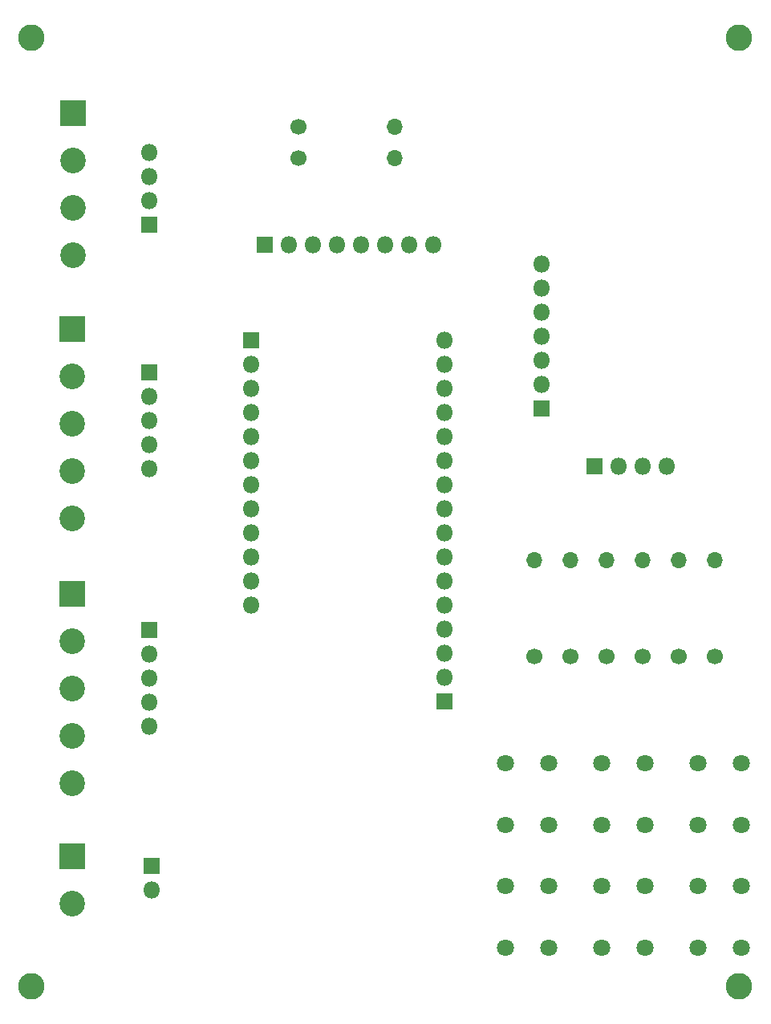
<source format=gbr>
%TF.GenerationSoftware,KiCad,Pcbnew,5.1.6-c6e7f7d~87~ubuntu18.04.1*%
%TF.CreationDate,2020-11-17T20:25:25-05:00*%
%TF.ProjectId,remote,72656d6f-7465-42e6-9b69-6361645f7063,rev?*%
%TF.SameCoordinates,Original*%
%TF.FileFunction,Soldermask,Top*%
%TF.FilePolarity,Negative*%
%FSLAX46Y46*%
G04 Gerber Fmt 4.6, Leading zero omitted, Abs format (unit mm)*
G04 Created by KiCad (PCBNEW 5.1.6-c6e7f7d~87~ubuntu18.04.1) date 2020-11-17 20:25:25*
%MOMM*%
%LPD*%
G01*
G04 APERTURE LIST*
%ADD10O,1.700000X1.700000*%
%ADD11C,1.700000*%
%ADD12O,1.800000X1.800000*%
%ADD13R,1.800000X1.800000*%
%ADD14C,1.800000*%
%ADD15C,2.700000*%
%ADD16R,2.700000X2.700000*%
%ADD17C,2.800000*%
G04 APERTURE END LIST*
D10*
%TO.C,RS3*%
X138684000Y-118364000D03*
D11*
X138684000Y-128524000D03*
%TD*%
D12*
%TO.C,J5*%
X90678000Y-153162000D03*
D13*
X90678000Y-150622000D03*
%TD*%
D14*
%TO.C,SW0*%
X128016000Y-146304000D03*
X128016000Y-139804000D03*
X132516000Y-146304000D03*
X132516000Y-139804000D03*
%TD*%
%TO.C,SW1*%
X138176000Y-146304000D03*
X138176000Y-139804000D03*
X142676000Y-146304000D03*
X142676000Y-139804000D03*
%TD*%
%TO.C,SW3*%
X128016000Y-159258000D03*
X128016000Y-152758000D03*
X132516000Y-159258000D03*
X132516000Y-152758000D03*
%TD*%
%TO.C,SW2*%
X148336000Y-146304000D03*
X148336000Y-139804000D03*
X152836000Y-146304000D03*
X152836000Y-139804000D03*
%TD*%
%TO.C,SW5*%
X148336000Y-159258000D03*
X148336000Y-152758000D03*
X152836000Y-159258000D03*
X152836000Y-152758000D03*
%TD*%
%TO.C,SW4*%
X138176000Y-159258000D03*
X138176000Y-152758000D03*
X142676000Y-159258000D03*
X142676000Y-152758000D03*
%TD*%
D10*
%TO.C,RS0*%
X150114000Y-118364000D03*
D11*
X150114000Y-128524000D03*
%TD*%
D10*
%TO.C,RS1*%
X146304000Y-118364000D03*
D11*
X146304000Y-128524000D03*
%TD*%
D10*
%TO.C,RS2*%
X142494000Y-118364000D03*
D11*
X142494000Y-128524000D03*
%TD*%
D10*
%TO.C,RS5*%
X131064000Y-118364000D03*
D11*
X131064000Y-128524000D03*
%TD*%
D10*
%TO.C,RS4*%
X134874000Y-118364000D03*
D11*
X134874000Y-128524000D03*
%TD*%
D15*
%TO.C,J3*%
X82296000Y-141920000D03*
X82296000Y-136920000D03*
X82296000Y-131920000D03*
X82296000Y-126920000D03*
D16*
X82296000Y-121920000D03*
%TD*%
D15*
%TO.C,J4*%
X82321000Y-86209000D03*
X82321000Y-81209000D03*
X82321000Y-76209000D03*
D16*
X82321000Y-71209000D03*
%TD*%
D15*
%TO.C,J1*%
X82296000Y-113980000D03*
X82296000Y-108980000D03*
X82296000Y-103980000D03*
X82296000Y-98980000D03*
D16*
X82296000Y-93980000D03*
%TD*%
D12*
%TO.C,J12*%
X90424000Y-135890000D03*
X90424000Y-133350000D03*
X90424000Y-130810000D03*
X90424000Y-128270000D03*
D13*
X90424000Y-125730000D03*
%TD*%
D12*
%TO.C,J11*%
X120396000Y-85090000D03*
X117856000Y-85090000D03*
X115316000Y-85090000D03*
X112776000Y-85090000D03*
X110236000Y-85090000D03*
X107696000Y-85090000D03*
X105156000Y-85090000D03*
D13*
X102616000Y-85090000D03*
%TD*%
D12*
%TO.C,J9*%
X131826000Y-87122000D03*
X131826000Y-89662000D03*
X131826000Y-92202000D03*
X131826000Y-94742000D03*
X131826000Y-97282000D03*
X131826000Y-99822000D03*
D13*
X131826000Y-102362000D03*
%TD*%
D12*
%TO.C,J2*%
X90424000Y-108712000D03*
X90424000Y-106172000D03*
X90424000Y-103632000D03*
X90424000Y-101092000D03*
D13*
X90424000Y-98552000D03*
%TD*%
D17*
%TO.C,H4*%
X152654000Y-163322000D03*
%TD*%
%TO.C,H3*%
X77978000Y-163322000D03*
%TD*%
%TO.C,H2*%
X152654000Y-63246000D03*
%TD*%
%TO.C,H1*%
X77978000Y-63246000D03*
%TD*%
D12*
%TO.C,J10*%
X90350000Y-75347000D03*
X90350000Y-77887000D03*
X90350000Y-80427000D03*
D13*
X90350000Y-82967000D03*
%TD*%
D11*
%TO.C,R3*%
X106172000Y-72644000D03*
D10*
X116332000Y-72644000D03*
%TD*%
D11*
%TO.C,R2*%
X106172000Y-75946000D03*
D10*
X116332000Y-75946000D03*
%TD*%
D15*
%TO.C,J8*%
X82296000Y-154606000D03*
D16*
X82296000Y-149606000D03*
%TD*%
D13*
%TO.C,J7*%
X121506000Y-133290000D03*
D12*
X121506000Y-130750000D03*
X121506000Y-128210000D03*
X121506000Y-125670000D03*
X121506000Y-123130000D03*
X121506000Y-120590000D03*
X121506000Y-118050000D03*
X121506000Y-115510000D03*
X121506000Y-112970000D03*
X121506000Y-110430000D03*
X121506000Y-107890000D03*
X121506000Y-105350000D03*
X121506000Y-102810000D03*
X121506000Y-100270000D03*
X121506000Y-97730000D03*
X121506000Y-95190000D03*
%TD*%
%TO.C,J6*%
X101106000Y-123130000D03*
X101106000Y-120590000D03*
X101106000Y-118050000D03*
X101106000Y-115510000D03*
X101106000Y-112970000D03*
X101106000Y-110430000D03*
X101106000Y-107890000D03*
X101106000Y-105350000D03*
X101106000Y-102810000D03*
X101106000Y-100270000D03*
X101106000Y-97730000D03*
D13*
X101106000Y-95190000D03*
%TD*%
D12*
%TO.C,J13*%
X145034000Y-108458000D03*
X142494000Y-108458000D03*
X139954000Y-108458000D03*
D13*
X137414000Y-108458000D03*
%TD*%
M02*

</source>
